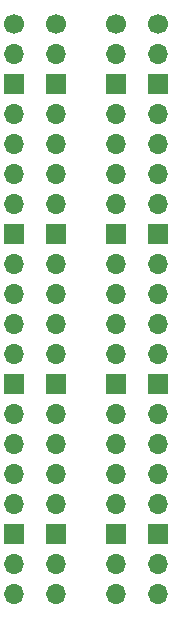
<source format=gbr>
%TF.GenerationSoftware,KiCad,Pcbnew,(6.0.5-0)*%
%TF.CreationDate,2023-05-20T21:44:27+09:00*%
%TF.ProjectId,pico-ski-board,7069636f-2d73-46b6-992d-626f6172642e,rev?*%
%TF.SameCoordinates,Original*%
%TF.FileFunction,Copper,L2,Bot*%
%TF.FilePolarity,Positive*%
%FSLAX46Y46*%
G04 Gerber Fmt 4.6, Leading zero omitted, Abs format (unit mm)*
G04 Created by KiCad (PCBNEW (6.0.5-0)) date 2023-05-20 21:44:27*
%MOMM*%
%LPD*%
G01*
G04 APERTURE LIST*
%TA.AperFunction,ComponentPad*%
%ADD10C,1.700000*%
%TD*%
%TA.AperFunction,ComponentPad*%
%ADD11O,1.700000X1.700000*%
%TD*%
%TA.AperFunction,ComponentPad*%
%ADD12R,1.700000X1.700000*%
%TD*%
G04 APERTURE END LIST*
D10*
%TO.P,J3,1,Pin_1*%
%TO.N,Net-(J3-Pad1)*%
X119126000Y-50546000D03*
D11*
%TO.P,J3,2,Pin_2*%
%TO.N,Net-(J3-Pad2)*%
X119126000Y-53086000D03*
D12*
%TO.P,J3,3,Pin_3*%
%TO.N,Net-(J3-Pad3)*%
X119126000Y-55626000D03*
D11*
%TO.P,J3,4,Pin_4*%
%TO.N,Net-(J3-Pad4)*%
X119126000Y-58166000D03*
%TO.P,J3,5,Pin_5*%
%TO.N,Net-(J3-Pad5)*%
X119126000Y-60706000D03*
%TO.P,J3,6,Pin_6*%
%TO.N,Net-(J3-Pad6)*%
X119126000Y-63246000D03*
%TO.P,J3,7,Pin_7*%
%TO.N,Net-(J3-Pad7)*%
X119126000Y-65786000D03*
D12*
%TO.P,J3,8,Pin_8*%
%TO.N,Net-(J3-Pad8)*%
X119126000Y-68326000D03*
D11*
%TO.P,J3,9,Pin_9*%
%TO.N,Net-(J3-Pad9)*%
X119126000Y-70866000D03*
%TO.P,J3,10,Pin_10*%
%TO.N,Net-(J3-Pad10)*%
X119126000Y-73406000D03*
%TO.P,J3,11,Pin_11*%
%TO.N,Net-(J3-Pad11)*%
X119126000Y-75946000D03*
%TO.P,J3,12,Pin_12*%
%TO.N,Net-(J3-Pad12)*%
X119126000Y-78486000D03*
D12*
%TO.P,J3,13,Pin_13*%
%TO.N,Net-(J3-Pad13)*%
X119126000Y-81026000D03*
D11*
%TO.P,J3,14,Pin_14*%
%TO.N,Net-(J3-Pad14)*%
X119126000Y-83566000D03*
%TO.P,J3,15,Pin_15*%
%TO.N,Net-(J3-Pad15)*%
X119126000Y-86106000D03*
%TO.P,J3,16,Pin_16*%
%TO.N,Net-(J3-Pad16)*%
X119126000Y-88646000D03*
%TO.P,J3,17,Pin_17*%
%TO.N,Net-(J3-Pad17)*%
X119126000Y-91186000D03*
D12*
%TO.P,J3,18,Pin_18*%
%TO.N,Net-(J3-Pad18)*%
X119126000Y-93726000D03*
D11*
%TO.P,J3,19,Pin_19*%
%TO.N,Net-(J3-Pad19)*%
X119126000Y-96266000D03*
%TO.P,J3,20,Pin_20*%
%TO.N,Net-(J3-Pad20)*%
X119126000Y-98806000D03*
%TD*%
D10*
%TO.P,J4,1,Pin_1*%
%TO.N,Net-(J3-Pad1)*%
X115570000Y-50546000D03*
D11*
%TO.P,J4,2,Pin_2*%
%TO.N,Net-(J3-Pad2)*%
X115570000Y-53086000D03*
D12*
%TO.P,J4,3,Pin_3*%
%TO.N,Net-(J3-Pad3)*%
X115570000Y-55626000D03*
D11*
%TO.P,J4,4,Pin_4*%
%TO.N,Net-(J3-Pad4)*%
X115570000Y-58166000D03*
%TO.P,J4,5,Pin_5*%
%TO.N,Net-(J3-Pad5)*%
X115570000Y-60706000D03*
%TO.P,J4,6,Pin_6*%
%TO.N,Net-(J3-Pad6)*%
X115570000Y-63246000D03*
%TO.P,J4,7,Pin_7*%
%TO.N,Net-(J3-Pad7)*%
X115570000Y-65786000D03*
D12*
%TO.P,J4,8,Pin_8*%
%TO.N,Net-(J3-Pad8)*%
X115570000Y-68326000D03*
D11*
%TO.P,J4,9,Pin_9*%
%TO.N,Net-(J3-Pad9)*%
X115570000Y-70866000D03*
%TO.P,J4,10,Pin_10*%
%TO.N,Net-(J3-Pad10)*%
X115570000Y-73406000D03*
%TO.P,J4,11,Pin_11*%
%TO.N,Net-(J3-Pad11)*%
X115570000Y-75946000D03*
%TO.P,J4,12,Pin_12*%
%TO.N,Net-(J3-Pad12)*%
X115570000Y-78486000D03*
D12*
%TO.P,J4,13,Pin_13*%
%TO.N,Net-(J3-Pad13)*%
X115570000Y-81026000D03*
D11*
%TO.P,J4,14,Pin_14*%
%TO.N,Net-(J3-Pad14)*%
X115570000Y-83566000D03*
%TO.P,J4,15,Pin_15*%
%TO.N,Net-(J3-Pad15)*%
X115570000Y-86106000D03*
%TO.P,J4,16,Pin_16*%
%TO.N,Net-(J3-Pad16)*%
X115570000Y-88646000D03*
%TO.P,J4,17,Pin_17*%
%TO.N,Net-(J3-Pad17)*%
X115570000Y-91186000D03*
D12*
%TO.P,J4,18,Pin_18*%
%TO.N,Net-(J3-Pad18)*%
X115570000Y-93726000D03*
D11*
%TO.P,J4,19,Pin_19*%
%TO.N,Net-(J3-Pad19)*%
X115570000Y-96266000D03*
%TO.P,J4,20,Pin_20*%
%TO.N,Net-(J3-Pad20)*%
X115570000Y-98806000D03*
%TD*%
D10*
%TO.P,J2,1,Pin_1*%
%TO.N,Net-(J1-Pad1)*%
X110490000Y-50546000D03*
D11*
%TO.P,J2,2,Pin_2*%
%TO.N,Net-(J1-Pad2)*%
X110490000Y-53086000D03*
D12*
%TO.P,J2,3,Pin_3*%
%TO.N,Net-(J1-Pad3)*%
X110490000Y-55626000D03*
D11*
%TO.P,J2,4,Pin_4*%
%TO.N,Net-(J1-Pad4)*%
X110490000Y-58166000D03*
%TO.P,J2,5,Pin_5*%
%TO.N,Net-(J1-Pad5)*%
X110490000Y-60706000D03*
%TO.P,J2,6,Pin_6*%
%TO.N,Net-(J1-Pad6)*%
X110490000Y-63246000D03*
%TO.P,J2,7,Pin_7*%
%TO.N,Net-(J1-Pad7)*%
X110490000Y-65786000D03*
D12*
%TO.P,J2,8,Pin_8*%
%TO.N,Net-(J1-Pad8)*%
X110490000Y-68326000D03*
D11*
%TO.P,J2,9,Pin_9*%
%TO.N,Net-(J1-Pad9)*%
X110490000Y-70866000D03*
%TO.P,J2,10,Pin_10*%
%TO.N,Net-(J1-Pad10)*%
X110490000Y-73406000D03*
%TO.P,J2,11,Pin_11*%
%TO.N,Net-(J1-Pad11)*%
X110490000Y-75946000D03*
%TO.P,J2,12,Pin_12*%
%TO.N,Net-(J1-Pad12)*%
X110490000Y-78486000D03*
D12*
%TO.P,J2,13,Pin_13*%
%TO.N,Net-(J1-Pad13)*%
X110490000Y-81026000D03*
D11*
%TO.P,J2,14,Pin_14*%
%TO.N,Net-(J1-Pad14)*%
X110490000Y-83566000D03*
%TO.P,J2,15,Pin_15*%
%TO.N,Net-(J1-Pad15)*%
X110490000Y-86106000D03*
%TO.P,J2,16,Pin_16*%
%TO.N,Net-(J1-Pad16)*%
X110490000Y-88646000D03*
%TO.P,J2,17,Pin_17*%
%TO.N,Net-(J1-Pad17)*%
X110490000Y-91186000D03*
D12*
%TO.P,J2,18,Pin_18*%
%TO.N,Net-(J1-Pad18)*%
X110490000Y-93726000D03*
D11*
%TO.P,J2,19,Pin_19*%
%TO.N,Net-(J1-Pad19)*%
X110490000Y-96266000D03*
%TO.P,J2,20,Pin_20*%
%TO.N,Net-(J1-Pad20)*%
X110490000Y-98806000D03*
%TD*%
D10*
%TO.P,J1,1,Pin_1*%
%TO.N,Net-(J1-Pad1)*%
X106934000Y-50546000D03*
D11*
%TO.P,J1,2,Pin_2*%
%TO.N,Net-(J1-Pad2)*%
X106934000Y-53086000D03*
D12*
%TO.P,J1,3,Pin_3*%
%TO.N,Net-(J1-Pad3)*%
X106934000Y-55626000D03*
D11*
%TO.P,J1,4,Pin_4*%
%TO.N,Net-(J1-Pad4)*%
X106934000Y-58166000D03*
%TO.P,J1,5,Pin_5*%
%TO.N,Net-(J1-Pad5)*%
X106934000Y-60706000D03*
%TO.P,J1,6,Pin_6*%
%TO.N,Net-(J1-Pad6)*%
X106934000Y-63246000D03*
%TO.P,J1,7,Pin_7*%
%TO.N,Net-(J1-Pad7)*%
X106934000Y-65786000D03*
D12*
%TO.P,J1,8,Pin_8*%
%TO.N,Net-(J1-Pad8)*%
X106934000Y-68326000D03*
D11*
%TO.P,J1,9,Pin_9*%
%TO.N,Net-(J1-Pad9)*%
X106934000Y-70866000D03*
%TO.P,J1,10,Pin_10*%
%TO.N,Net-(J1-Pad10)*%
X106934000Y-73406000D03*
%TO.P,J1,11,Pin_11*%
%TO.N,Net-(J1-Pad11)*%
X106934000Y-75946000D03*
%TO.P,J1,12,Pin_12*%
%TO.N,Net-(J1-Pad12)*%
X106934000Y-78486000D03*
D12*
%TO.P,J1,13,Pin_13*%
%TO.N,Net-(J1-Pad13)*%
X106934000Y-81026000D03*
D11*
%TO.P,J1,14,Pin_14*%
%TO.N,Net-(J1-Pad14)*%
X106934000Y-83566000D03*
%TO.P,J1,15,Pin_15*%
%TO.N,Net-(J1-Pad15)*%
X106934000Y-86106000D03*
%TO.P,J1,16,Pin_16*%
%TO.N,Net-(J1-Pad16)*%
X106934000Y-88646000D03*
%TO.P,J1,17,Pin_17*%
%TO.N,Net-(J1-Pad17)*%
X106934000Y-91186000D03*
D12*
%TO.P,J1,18,Pin_18*%
%TO.N,Net-(J1-Pad18)*%
X106934000Y-93726000D03*
D11*
%TO.P,J1,19,Pin_19*%
%TO.N,Net-(J1-Pad19)*%
X106934000Y-96266000D03*
%TO.P,J1,20,Pin_20*%
%TO.N,Net-(J1-Pad20)*%
X106934000Y-98806000D03*
%TD*%
M02*

</source>
